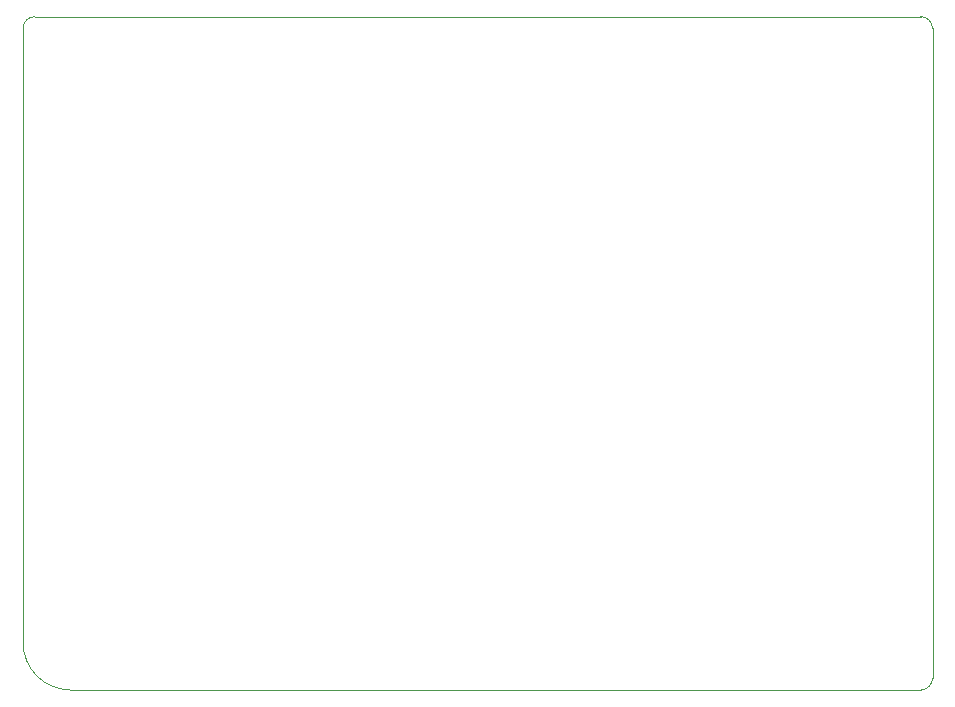
<source format=gbr>
G04 #@! TF.GenerationSoftware,KiCad,Pcbnew,(5.1.9-0-10_14)*
G04 #@! TF.CreationDate,2021-03-16T19:17:09+01:00*
G04 #@! TF.ProjectId,cflipclock_rev_a,63666c69-7063-46c6-9f63-6b5f7265765f,rev?*
G04 #@! TF.SameCoordinates,Original*
G04 #@! TF.FileFunction,Profile,NP*
%FSLAX46Y46*%
G04 Gerber Fmt 4.6, Leading zero omitted, Abs format (unit mm)*
G04 Created by KiCad (PCBNEW (5.1.9-0-10_14)) date 2021-03-16 19:17:09*
%MOMM*%
%LPD*%
G01*
G04 APERTURE LIST*
G04 #@! TA.AperFunction,Profile*
%ADD10C,0.050000*%
G04 #@! TD*
G04 APERTURE END LIST*
D10*
X186750000Y-123000000D02*
G75*
G02*
X185750000Y-124000000I-1000000J0D01*
G01*
X113750000Y-124000000D02*
G75*
G02*
X109750000Y-120000000I0J4000000D01*
G01*
X113750000Y-124000000D02*
X185750000Y-124000000D01*
X185750000Y-67000000D02*
G75*
G02*
X186748900Y-67999999I-1100J-999999D01*
G01*
X186750000Y-68000000D02*
X186750000Y-123000000D01*
X109750000Y-68000000D02*
X109750000Y-120000000D01*
X110750000Y-67000000D02*
G75*
G03*
X109750000Y-68000000I0J-1000000D01*
G01*
X185750000Y-67000000D02*
X110750000Y-67000000D01*
M02*

</source>
